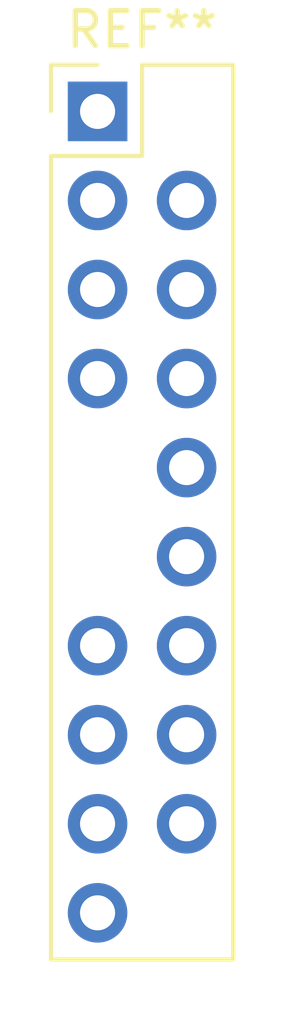
<source format=kicad_pcb>
(kicad_pcb (version 4) (host pcbnew 4.0.7)

  (general
    (links 0)
    (no_connects 0)
    (area 0 0 0 0)
    (thickness 1.6)
    (drawings 0)
    (tracks 0)
    (zones 0)
    (modules 1)
    (nets 1)
  )

  (page A4)
  (layers
    (0 F.Cu signal)
    (31 B.Cu signal)
    (32 B.Adhes user)
    (33 F.Adhes user)
    (34 B.Paste user)
    (35 F.Paste user)
    (36 B.SilkS user)
    (37 F.SilkS user)
    (38 B.Mask user)
    (39 F.Mask user)
    (40 Dwgs.User user)
    (41 Cmts.User user)
    (42 Eco1.User user)
    (43 Eco2.User user)
    (44 Edge.Cuts user)
    (45 Margin user)
    (46 B.CrtYd user)
    (47 F.CrtYd user)
    (48 B.Fab user)
    (49 F.Fab user)
  )

  (setup
    (last_trace_width 0.25)
    (trace_clearance 0.2)
    (zone_clearance 0.508)
    (zone_45_only no)
    (trace_min 0.2)
    (segment_width 0.2)
    (edge_width 0.15)
    (via_size 0.6)
    (via_drill 0.4)
    (via_min_size 0.4)
    (via_min_drill 0.3)
    (uvia_size 0.3)
    (uvia_drill 0.1)
    (uvias_allowed no)
    (uvia_min_size 0.2)
    (uvia_min_drill 0.1)
    (pcb_text_width 0.3)
    (pcb_text_size 1.5 1.5)
    (mod_edge_width 0.15)
    (mod_text_size 1 1)
    (mod_text_width 0.15)
    (pad_size 1.524 1.524)
    (pad_drill 0.762)
    (pad_to_mask_clearance 0.2)
    (aux_axis_origin 0 0)
    (visible_elements FFFFFF7F)
    (pcbplotparams
      (layerselection 0x00030_80000001)
      (usegerberextensions false)
      (excludeedgelayer true)
      (linewidth 0.100000)
      (plotframeref false)
      (viasonmask false)
      (mode 1)
      (useauxorigin false)
      (hpglpennumber 1)
      (hpglpenspeed 20)
      (hpglpendiameter 15)
      (hpglpenoverlay 2)
      (psnegative false)
      (psa4output false)
      (plotreference true)
      (plotvalue true)
      (plotinvisibletext false)
      (padsonsilk false)
      (subtractmaskfromsilk false)
      (outputformat 1)
      (mirror false)
      (drillshape 1)
      (scaleselection 1)
      (outputdirectory ""))
  )

  (net 0 "")

  (net_class Default "This is the default net class."
    (clearance 0.2)
    (trace_width 0.25)
    (via_dia 0.6)
    (via_drill 0.4)
    (uvia_dia 0.3)
    (uvia_drill 0.1)
  )

  (module CE_Header:CE_Header (layer F.Cu) (tedit 5AEEF416) (tstamp 5AEEF632)
    (at 154.559 89.281)
    (descr "Through hole straight pin header, 2x10, 2.54mm pitch, double rows")
    (tags "Through hole pin header THT 2x10 2.54mm double row")
    (fp_text reference REF** (at 1.27 -2.33) (layer F.SilkS)
      (effects (font (size 1 1) (thickness 0.15)))
    )
    (fp_text value CE_Header (at 1.27 25.19) (layer F.Fab)
      (effects (font (size 1 1) (thickness 0.15)))
    )
    (fp_line (start 0 -1.27) (end 3.81 -1.27) (layer F.Fab) (width 0.1))
    (fp_line (start 3.81 -1.27) (end 3.81 24.13) (layer F.Fab) (width 0.1))
    (fp_line (start 3.81 24.13) (end -1.27 24.13) (layer F.Fab) (width 0.1))
    (fp_line (start -1.27 24.13) (end -1.27 0) (layer F.Fab) (width 0.1))
    (fp_line (start -1.27 0) (end 0 -1.27) (layer F.Fab) (width 0.1))
    (fp_line (start -1.33 24.19) (end 3.87 24.19) (layer F.SilkS) (width 0.12))
    (fp_line (start -1.33 1.27) (end -1.33 24.19) (layer F.SilkS) (width 0.12))
    (fp_line (start 3.87 -1.33) (end 3.87 24.19) (layer F.SilkS) (width 0.12))
    (fp_line (start -1.33 1.27) (end 1.27 1.27) (layer F.SilkS) (width 0.12))
    (fp_line (start 1.27 1.27) (end 1.27 -1.33) (layer F.SilkS) (width 0.12))
    (fp_line (start 1.27 -1.33) (end 3.87 -1.33) (layer F.SilkS) (width 0.12))
    (fp_line (start -1.33 0) (end -1.33 -1.33) (layer F.SilkS) (width 0.12))
    (fp_line (start -1.33 -1.33) (end 0 -1.33) (layer F.SilkS) (width 0.12))
    (fp_line (start -1.8 -1.8) (end -1.8 24.65) (layer F.CrtYd) (width 0.05))
    (fp_line (start -1.8 24.65) (end 4.35 24.65) (layer F.CrtYd) (width 0.05))
    (fp_line (start 4.35 24.65) (end 4.35 -1.8) (layer F.CrtYd) (width 0.05))
    (fp_line (start 4.35 -1.8) (end -1.8 -1.8) (layer F.CrtYd) (width 0.05))
    (pad 1 thru_hole rect (at 0 0) (size 1.7 1.7) (drill 1) (layers *.Cu *.Mask))
    (pad 3 thru_hole oval (at 0 2.54) (size 1.7 1.7) (drill 1) (layers *.Cu *.Mask))
    (pad 4 thru_hole oval (at 2.54 2.54) (size 1.7 1.7) (drill 1) (layers *.Cu *.Mask))
    (pad 5 thru_hole oval (at 0 5.08) (size 1.7 1.7) (drill 1) (layers *.Cu *.Mask))
    (pad 6 thru_hole oval (at 2.54 5.08) (size 1.7 1.7) (drill 1) (layers *.Cu *.Mask))
    (pad 7 thru_hole oval (at 0 7.62) (size 1.7 1.7) (drill 1) (layers *.Cu *.Mask))
    (pad 8 thru_hole oval (at 2.54 7.62) (size 1.7 1.7) (drill 1) (layers *.Cu *.Mask))
    (pad 10 thru_hole oval (at 2.54 10.16) (size 1.7 1.7) (drill 1) (layers *.Cu *.Mask))
    (pad 12 thru_hole oval (at 2.54 12.7) (size 1.7 1.7) (drill 1) (layers *.Cu *.Mask))
    (pad 13 thru_hole oval (at 0 15.24) (size 1.7 1.7) (drill 1) (layers *.Cu *.Mask))
    (pad 14 thru_hole oval (at 2.54 15.24) (size 1.7 1.7) (drill 1) (layers *.Cu *.Mask))
    (pad 15 thru_hole oval (at 0 17.78) (size 1.7 1.7) (drill 1) (layers *.Cu *.Mask))
    (pad 16 thru_hole oval (at 2.54 17.78) (size 1.7 1.7) (drill 1) (layers *.Cu *.Mask))
    (pad 17 thru_hole oval (at 0 20.32) (size 1.7 1.7) (drill 1) (layers *.Cu *.Mask))
    (pad 18 thru_hole oval (at 2.54 20.32) (size 1.7 1.7) (drill 1) (layers *.Cu *.Mask))
    (pad 19 thru_hole oval (at 0 22.86) (size 1.7 1.7) (drill 1) (layers *.Cu *.Mask))
    (model ${KISYS3DMOD}/Pin_Headers.3dshapes/Pin_Header_Straight_2x10_Pitch2.54mm.wrl
      (at (xyz 0 0 0))
      (scale (xyz 1 1 1))
      (rotate (xyz 0 0 0))
    )
  )

)

</source>
